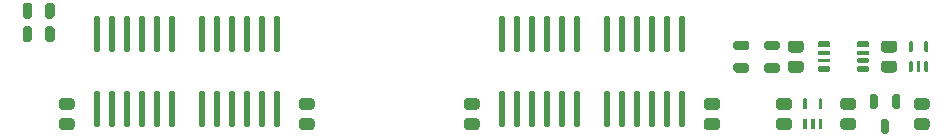
<source format=gtp>
G04 #@! TF.GenerationSoftware,KiCad,Pcbnew,(5.1.10-1-10_14)*
G04 #@! TF.CreationDate,2021-07-28T15:37:57-04:00*
G04 #@! TF.ProjectId,GW4194-SOJ,47573431-3934-42d5-934f-4a2e6b696361,1.0-SOJ*
G04 #@! TF.SameCoordinates,Original*
G04 #@! TF.FileFunction,Paste,Top*
G04 #@! TF.FilePolarity,Positive*
%FSLAX46Y46*%
G04 Gerber Fmt 4.6, Leading zero omitted, Abs format (unit mm)*
G04 Created by KiCad (PCBNEW (5.1.10-1-10_14)) date 2021-07-28 15:37:57*
%MOMM*%
%LPD*%
G01*
G04 APERTURE LIST*
G04 APERTURE END LIST*
G36*
G01*
X151965000Y-87480000D02*
X151965000Y-87220000D01*
G75*
G02*
X152095000Y-87090000I130000J0D01*
G01*
X152905000Y-87090000D01*
G75*
G02*
X153035000Y-87220000I0J-130000D01*
G01*
X153035000Y-87480000D01*
G75*
G02*
X152905000Y-87610000I-130000J0D01*
G01*
X152095000Y-87610000D01*
G75*
G02*
X151965000Y-87480000I0J130000D01*
G01*
G37*
G36*
G01*
X151965000Y-88167500D02*
X151965000Y-87982500D01*
G75*
G02*
X152057500Y-87890000I92500J0D01*
G01*
X152942500Y-87890000D01*
G75*
G02*
X153035000Y-87982500I0J-92500D01*
G01*
X153035000Y-88167500D01*
G75*
G02*
X152942500Y-88260000I-92500J0D01*
G01*
X152057500Y-88260000D01*
G75*
G02*
X151965000Y-88167500I0J92500D01*
G01*
G37*
G36*
G01*
X151965000Y-88817500D02*
X151965000Y-88632500D01*
G75*
G02*
X152057500Y-88540000I92500J0D01*
G01*
X152942500Y-88540000D01*
G75*
G02*
X153035000Y-88632500I0J-92500D01*
G01*
X153035000Y-88817500D01*
G75*
G02*
X152942500Y-88910000I-92500J0D01*
G01*
X152057500Y-88910000D01*
G75*
G02*
X151965000Y-88817500I0J92500D01*
G01*
G37*
G36*
G01*
X151965000Y-89580000D02*
X151965000Y-89320000D01*
G75*
G02*
X152095000Y-89190000I130000J0D01*
G01*
X152905000Y-89190000D01*
G75*
G02*
X153035000Y-89320000I0J-130000D01*
G01*
X153035000Y-89580000D01*
G75*
G02*
X152905000Y-89710000I-130000J0D01*
G01*
X152095000Y-89710000D01*
G75*
G02*
X151965000Y-89580000I0J130000D01*
G01*
G37*
G36*
G01*
X148665000Y-89580000D02*
X148665000Y-89320000D01*
G75*
G02*
X148795000Y-89190000I130000J0D01*
G01*
X149605000Y-89190000D01*
G75*
G02*
X149735000Y-89320000I0J-130000D01*
G01*
X149735000Y-89580000D01*
G75*
G02*
X149605000Y-89710000I-130000J0D01*
G01*
X148795000Y-89710000D01*
G75*
G02*
X148665000Y-89580000I0J130000D01*
G01*
G37*
G36*
G01*
X148665000Y-88805000D02*
X148665000Y-88645000D01*
G75*
G02*
X148745000Y-88565000I80000J0D01*
G01*
X149655000Y-88565000D01*
G75*
G02*
X149735000Y-88645000I0J-80000D01*
G01*
X149735000Y-88805000D01*
G75*
G02*
X149655000Y-88885000I-80000J0D01*
G01*
X148745000Y-88885000D01*
G75*
G02*
X148665000Y-88805000I0J80000D01*
G01*
G37*
G36*
G01*
X148665000Y-88155000D02*
X148665000Y-87995000D01*
G75*
G02*
X148745000Y-87915000I80000J0D01*
G01*
X149655000Y-87915000D01*
G75*
G02*
X149735000Y-87995000I0J-80000D01*
G01*
X149735000Y-88155000D01*
G75*
G02*
X149655000Y-88235000I-80000J0D01*
G01*
X148745000Y-88235000D01*
G75*
G02*
X148665000Y-88155000I0J80000D01*
G01*
G37*
G36*
G01*
X148665000Y-87480000D02*
X148665000Y-87220000D01*
G75*
G02*
X148795000Y-87090000I130000J0D01*
G01*
X149605000Y-87090000D01*
G75*
G02*
X149735000Y-87220000I0J-130000D01*
G01*
X149735000Y-87480000D01*
G75*
G02*
X149605000Y-87610000I-130000J0D01*
G01*
X148795000Y-87610000D01*
G75*
G02*
X148665000Y-87480000I0J130000D01*
G01*
G37*
G36*
G01*
X142675000Y-87850000D02*
X141725000Y-87850000D01*
G75*
G02*
X141525000Y-87650000I0J200000D01*
G01*
X141525000Y-87250000D01*
G75*
G02*
X141725000Y-87050000I200000J0D01*
G01*
X142675000Y-87050000D01*
G75*
G02*
X142875000Y-87250000I0J-200000D01*
G01*
X142875000Y-87650000D01*
G75*
G02*
X142675000Y-87850000I-200000J0D01*
G01*
G37*
G36*
G01*
X142675000Y-89750000D02*
X141725000Y-89750000D01*
G75*
G02*
X141525000Y-89550000I0J200000D01*
G01*
X141525000Y-89150000D01*
G75*
G02*
X141725000Y-88950000I200000J0D01*
G01*
X142675000Y-88950000D01*
G75*
G02*
X142875000Y-89150000I0J-200000D01*
G01*
X142875000Y-89550000D01*
G75*
G02*
X142675000Y-89750000I-200000J0D01*
G01*
G37*
G36*
G01*
X145375000Y-93600000D02*
X146225000Y-93600000D01*
G75*
G02*
X146475000Y-93850000I0J-250000D01*
G01*
X146475000Y-94350000D01*
G75*
G02*
X146225000Y-94600000I-250000J0D01*
G01*
X145375000Y-94600000D01*
G75*
G02*
X145125000Y-94350000I0J250000D01*
G01*
X145125000Y-93850000D01*
G75*
G02*
X145375000Y-93600000I250000J0D01*
G01*
G37*
G36*
G01*
X145375000Y-91900000D02*
X146225000Y-91900000D01*
G75*
G02*
X146475000Y-92150000I0J-250000D01*
G01*
X146475000Y-92650000D01*
G75*
G02*
X146225000Y-92900000I-250000J0D01*
G01*
X145375000Y-92900000D01*
G75*
G02*
X145125000Y-92650000I0J250000D01*
G01*
X145125000Y-92150000D01*
G75*
G02*
X145375000Y-91900000I250000J0D01*
G01*
G37*
G36*
G01*
X150831550Y-91913100D02*
X151668450Y-91913100D01*
G75*
G02*
X151911900Y-92156550I0J-243450D01*
G01*
X151911900Y-92643450D01*
G75*
G02*
X151668450Y-92886900I-243450J0D01*
G01*
X150831550Y-92886900D01*
G75*
G02*
X150588100Y-92643450I0J243450D01*
G01*
X150588100Y-92156550D01*
G75*
G02*
X150831550Y-91913100I243450J0D01*
G01*
G37*
G36*
G01*
X150831550Y-93613100D02*
X151668450Y-93613100D01*
G75*
G02*
X151911900Y-93856550I0J-243450D01*
G01*
X151911900Y-94343450D01*
G75*
G02*
X151668450Y-94586900I-243450J0D01*
G01*
X150831550Y-94586900D01*
G75*
G02*
X150588100Y-94343450I0J243450D01*
G01*
X150588100Y-93856550D01*
G75*
G02*
X150831550Y-93613100I243450J0D01*
G01*
G37*
G36*
G01*
X84671550Y-91920100D02*
X85508450Y-91920100D01*
G75*
G02*
X85751900Y-92163550I0J-243450D01*
G01*
X85751900Y-92650450D01*
G75*
G02*
X85508450Y-92893900I-243450J0D01*
G01*
X84671550Y-92893900D01*
G75*
G02*
X84428100Y-92650450I0J243450D01*
G01*
X84428100Y-92163550D01*
G75*
G02*
X84671550Y-91920100I243450J0D01*
G01*
G37*
G36*
G01*
X84671550Y-93620100D02*
X85508450Y-93620100D01*
G75*
G02*
X85751900Y-93863550I0J-243450D01*
G01*
X85751900Y-94350450D01*
G75*
G02*
X85508450Y-94593900I-243450J0D01*
G01*
X84671550Y-94593900D01*
G75*
G02*
X84428100Y-94350450I0J243450D01*
G01*
X84428100Y-93863550D01*
G75*
G02*
X84671550Y-93620100I243450J0D01*
G01*
G37*
G36*
G01*
X104991550Y-93620100D02*
X105828450Y-93620100D01*
G75*
G02*
X106071900Y-93863550I0J-243450D01*
G01*
X106071900Y-94350450D01*
G75*
G02*
X105828450Y-94593900I-243450J0D01*
G01*
X104991550Y-94593900D01*
G75*
G02*
X104748100Y-94350450I0J243450D01*
G01*
X104748100Y-93863550D01*
G75*
G02*
X104991550Y-93620100I243450J0D01*
G01*
G37*
G36*
G01*
X104991550Y-91920100D02*
X105828450Y-91920100D01*
G75*
G02*
X106071900Y-92163550I0J-243450D01*
G01*
X106071900Y-92650450D01*
G75*
G02*
X105828450Y-92893900I-243450J0D01*
G01*
X104991550Y-92893900D01*
G75*
G02*
X104748100Y-92650450I0J243450D01*
G01*
X104748100Y-92163550D01*
G75*
G02*
X104991550Y-91920100I243450J0D01*
G01*
G37*
G36*
G01*
X118961550Y-91920100D02*
X119798450Y-91920100D01*
G75*
G02*
X120041900Y-92163550I0J-243450D01*
G01*
X120041900Y-92650450D01*
G75*
G02*
X119798450Y-92893900I-243450J0D01*
G01*
X118961550Y-92893900D01*
G75*
G02*
X118718100Y-92650450I0J243450D01*
G01*
X118718100Y-92163550D01*
G75*
G02*
X118961550Y-91920100I243450J0D01*
G01*
G37*
G36*
G01*
X118961550Y-93620100D02*
X119798450Y-93620100D01*
G75*
G02*
X120041900Y-93863550I0J-243450D01*
G01*
X120041900Y-94350450D01*
G75*
G02*
X119798450Y-94593900I-243450J0D01*
G01*
X118961550Y-94593900D01*
G75*
G02*
X118718100Y-94350450I0J243450D01*
G01*
X118718100Y-93863550D01*
G75*
G02*
X118961550Y-93620100I243450J0D01*
G01*
G37*
G36*
G01*
X157898450Y-94593900D02*
X157061550Y-94593900D01*
G75*
G02*
X156818100Y-94350450I0J243450D01*
G01*
X156818100Y-93863550D01*
G75*
G02*
X157061550Y-93620100I243450J0D01*
G01*
X157898450Y-93620100D01*
G75*
G02*
X158141900Y-93863550I0J-243450D01*
G01*
X158141900Y-94350450D01*
G75*
G02*
X157898450Y-94593900I-243450J0D01*
G01*
G37*
G36*
G01*
X157898450Y-92893900D02*
X157061550Y-92893900D01*
G75*
G02*
X156818100Y-92650450I0J243450D01*
G01*
X156818100Y-92163550D01*
G75*
G02*
X157061550Y-91920100I243450J0D01*
G01*
X157898450Y-91920100D01*
G75*
G02*
X158141900Y-92163550I0J-243450D01*
G01*
X158141900Y-92650450D01*
G75*
G02*
X157898450Y-92893900I-243450J0D01*
G01*
G37*
G36*
G01*
X82150000Y-86025000D02*
X82150000Y-86975000D01*
G75*
G02*
X81950000Y-87175000I-200000J0D01*
G01*
X81550000Y-87175000D01*
G75*
G02*
X81350000Y-86975000I0J200000D01*
G01*
X81350000Y-86025000D01*
G75*
G02*
X81550000Y-85825000I200000J0D01*
G01*
X81950000Y-85825000D01*
G75*
G02*
X82150000Y-86025000I0J-200000D01*
G01*
G37*
G36*
G01*
X84050000Y-86025000D02*
X84050000Y-86975000D01*
G75*
G02*
X83850000Y-87175000I-200000J0D01*
G01*
X83450000Y-87175000D01*
G75*
G02*
X83250000Y-86975000I0J200000D01*
G01*
X83250000Y-86025000D01*
G75*
G02*
X83450000Y-85825000I200000J0D01*
G01*
X83850000Y-85825000D01*
G75*
G02*
X84050000Y-86025000I0J-200000D01*
G01*
G37*
G36*
G01*
X81350000Y-84975000D02*
X81350000Y-84025000D01*
G75*
G02*
X81550000Y-83825000I200000J0D01*
G01*
X81950000Y-83825000D01*
G75*
G02*
X82150000Y-84025000I0J-200000D01*
G01*
X82150000Y-84975000D01*
G75*
G02*
X81950000Y-85175000I-200000J0D01*
G01*
X81550000Y-85175000D01*
G75*
G02*
X81350000Y-84975000I0J200000D01*
G01*
G37*
G36*
G01*
X83250000Y-84975000D02*
X83250000Y-84025000D01*
G75*
G02*
X83450000Y-83825000I200000J0D01*
G01*
X83850000Y-83825000D01*
G75*
G02*
X84050000Y-84025000I0J-200000D01*
G01*
X84050000Y-84975000D01*
G75*
G02*
X83850000Y-85175000I-200000J0D01*
G01*
X83450000Y-85175000D01*
G75*
G02*
X83250000Y-84975000I0J200000D01*
G01*
G37*
G36*
G01*
X154175000Y-93675000D02*
X154525000Y-93675000D01*
G75*
G02*
X154700000Y-93850000I0J-175000D01*
G01*
X154700000Y-94750000D01*
G75*
G02*
X154525000Y-94925000I-175000J0D01*
G01*
X154175000Y-94925000D01*
G75*
G02*
X154000000Y-94750000I0J175000D01*
G01*
X154000000Y-93850000D01*
G75*
G02*
X154175000Y-93675000I175000J0D01*
G01*
G37*
G36*
G01*
X153225000Y-91575000D02*
X153575000Y-91575000D01*
G75*
G02*
X153750000Y-91750000I0J-175000D01*
G01*
X153750000Y-92650000D01*
G75*
G02*
X153575000Y-92825000I-175000J0D01*
G01*
X153225000Y-92825000D01*
G75*
G02*
X153050000Y-92650000I0J175000D01*
G01*
X153050000Y-91750000D01*
G75*
G02*
X153225000Y-91575000I175000J0D01*
G01*
G37*
G36*
G01*
X155125000Y-91575000D02*
X155475000Y-91575000D01*
G75*
G02*
X155650000Y-91750000I0J-175000D01*
G01*
X155650000Y-92650000D01*
G75*
G02*
X155475000Y-92825000I-175000J0D01*
G01*
X155125000Y-92825000D01*
G75*
G02*
X154950000Y-92650000I0J175000D01*
G01*
X154950000Y-91750000D01*
G75*
G02*
X155125000Y-91575000I175000J0D01*
G01*
G37*
G36*
G01*
X154275000Y-87050000D02*
X155125000Y-87050000D01*
G75*
G02*
X155375000Y-87300000I0J-250000D01*
G01*
X155375000Y-87800000D01*
G75*
G02*
X155125000Y-88050000I-250000J0D01*
G01*
X154275000Y-88050000D01*
G75*
G02*
X154025000Y-87800000I0J250000D01*
G01*
X154025000Y-87300000D01*
G75*
G02*
X154275000Y-87050000I250000J0D01*
G01*
G37*
G36*
G01*
X154275000Y-88750000D02*
X155125000Y-88750000D01*
G75*
G02*
X155375000Y-89000000I0J-250000D01*
G01*
X155375000Y-89500000D01*
G75*
G02*
X155125000Y-89750000I-250000J0D01*
G01*
X154275000Y-89750000D01*
G75*
G02*
X154025000Y-89500000I0J250000D01*
G01*
X154025000Y-89000000D01*
G75*
G02*
X154275000Y-88750000I250000J0D01*
G01*
G37*
G36*
G01*
X146375000Y-88750000D02*
X147225000Y-88750000D01*
G75*
G02*
X147475000Y-89000000I0J-250000D01*
G01*
X147475000Y-89500000D01*
G75*
G02*
X147225000Y-89750000I-250000J0D01*
G01*
X146375000Y-89750000D01*
G75*
G02*
X146125000Y-89500000I0J250000D01*
G01*
X146125000Y-89000000D01*
G75*
G02*
X146375000Y-88750000I250000J0D01*
G01*
G37*
G36*
G01*
X146375000Y-87050000D02*
X147225000Y-87050000D01*
G75*
G02*
X147475000Y-87300000I0J-250000D01*
G01*
X147475000Y-87800000D01*
G75*
G02*
X147225000Y-88050000I-250000J0D01*
G01*
X146375000Y-88050000D01*
G75*
G02*
X146125000Y-87800000I0J250000D01*
G01*
X146125000Y-87300000D01*
G75*
G02*
X146375000Y-87050000I250000J0D01*
G01*
G37*
G36*
G01*
X147680000Y-92860000D02*
X147520000Y-92860000D01*
G75*
G02*
X147440000Y-92780000I0J80000D01*
G01*
X147440000Y-92020000D01*
G75*
G02*
X147520000Y-91940000I80000J0D01*
G01*
X147680000Y-91940000D01*
G75*
G02*
X147760000Y-92020000I0J-80000D01*
G01*
X147760000Y-92780000D01*
G75*
G02*
X147680000Y-92860000I-80000J0D01*
G01*
G37*
G36*
G01*
X148980000Y-92860000D02*
X148820000Y-92860000D01*
G75*
G02*
X148740000Y-92780000I0J80000D01*
G01*
X148740000Y-92020000D01*
G75*
G02*
X148820000Y-91940000I80000J0D01*
G01*
X148980000Y-91940000D01*
G75*
G02*
X149060000Y-92020000I0J-80000D01*
G01*
X149060000Y-92780000D01*
G75*
G02*
X148980000Y-92860000I-80000J0D01*
G01*
G37*
G36*
G01*
X148330000Y-94560000D02*
X148170000Y-94560000D01*
G75*
G02*
X148090000Y-94480000I0J80000D01*
G01*
X148090000Y-93720000D01*
G75*
G02*
X148170000Y-93640000I80000J0D01*
G01*
X148330000Y-93640000D01*
G75*
G02*
X148410000Y-93720000I0J-80000D01*
G01*
X148410000Y-94480000D01*
G75*
G02*
X148330000Y-94560000I-80000J0D01*
G01*
G37*
G36*
G01*
X147680000Y-94560000D02*
X147520000Y-94560000D01*
G75*
G02*
X147440000Y-94480000I0J80000D01*
G01*
X147440000Y-93720000D01*
G75*
G02*
X147520000Y-93640000I80000J0D01*
G01*
X147680000Y-93640000D01*
G75*
G02*
X147760000Y-93720000I0J-80000D01*
G01*
X147760000Y-94480000D01*
G75*
G02*
X147680000Y-94560000I-80000J0D01*
G01*
G37*
G36*
G01*
X148980000Y-94560000D02*
X148820000Y-94560000D01*
G75*
G02*
X148740000Y-94480000I0J80000D01*
G01*
X148740000Y-93720000D01*
G75*
G02*
X148820000Y-93640000I80000J0D01*
G01*
X148980000Y-93640000D01*
G75*
G02*
X149060000Y-93720000I0J-80000D01*
G01*
X149060000Y-94480000D01*
G75*
G02*
X148980000Y-94560000I-80000J0D01*
G01*
G37*
G36*
G01*
X157930000Y-89710000D02*
X157770000Y-89710000D01*
G75*
G02*
X157690000Y-89630000I0J80000D01*
G01*
X157690000Y-88870000D01*
G75*
G02*
X157770000Y-88790000I80000J0D01*
G01*
X157930000Y-88790000D01*
G75*
G02*
X158010000Y-88870000I0J-80000D01*
G01*
X158010000Y-89630000D01*
G75*
G02*
X157930000Y-89710000I-80000J0D01*
G01*
G37*
G36*
G01*
X156630000Y-89710000D02*
X156470000Y-89710000D01*
G75*
G02*
X156390000Y-89630000I0J80000D01*
G01*
X156390000Y-88870000D01*
G75*
G02*
X156470000Y-88790000I80000J0D01*
G01*
X156630000Y-88790000D01*
G75*
G02*
X156710000Y-88870000I0J-80000D01*
G01*
X156710000Y-89630000D01*
G75*
G02*
X156630000Y-89710000I-80000J0D01*
G01*
G37*
G36*
G01*
X157280000Y-89710000D02*
X157120000Y-89710000D01*
G75*
G02*
X157040000Y-89630000I0J80000D01*
G01*
X157040000Y-88870000D01*
G75*
G02*
X157120000Y-88790000I80000J0D01*
G01*
X157280000Y-88790000D01*
G75*
G02*
X157360000Y-88870000I0J-80000D01*
G01*
X157360000Y-89630000D01*
G75*
G02*
X157280000Y-89710000I-80000J0D01*
G01*
G37*
G36*
G01*
X157930000Y-88010000D02*
X157770000Y-88010000D01*
G75*
G02*
X157690000Y-87930000I0J80000D01*
G01*
X157690000Y-87170000D01*
G75*
G02*
X157770000Y-87090000I80000J0D01*
G01*
X157930000Y-87090000D01*
G75*
G02*
X158010000Y-87170000I0J-80000D01*
G01*
X158010000Y-87930000D01*
G75*
G02*
X157930000Y-88010000I-80000J0D01*
G01*
G37*
G36*
G01*
X156630000Y-88010000D02*
X156470000Y-88010000D01*
G75*
G02*
X156390000Y-87930000I0J80000D01*
G01*
X156390000Y-87170000D01*
G75*
G02*
X156470000Y-87090000I80000J0D01*
G01*
X156630000Y-87090000D01*
G75*
G02*
X156710000Y-87170000I0J-80000D01*
G01*
X156710000Y-87930000D01*
G75*
G02*
X156630000Y-88010000I-80000J0D01*
G01*
G37*
G36*
G01*
X144325000Y-87050000D02*
X145275000Y-87050000D01*
G75*
G02*
X145475000Y-87250000I0J-200000D01*
G01*
X145475000Y-87650000D01*
G75*
G02*
X145275000Y-87850000I-200000J0D01*
G01*
X144325000Y-87850000D01*
G75*
G02*
X144125000Y-87650000I0J200000D01*
G01*
X144125000Y-87250000D01*
G75*
G02*
X144325000Y-87050000I200000J0D01*
G01*
G37*
G36*
G01*
X144325000Y-88950000D02*
X145275000Y-88950000D01*
G75*
G02*
X145475000Y-89150000I0J-200000D01*
G01*
X145475000Y-89550000D01*
G75*
G02*
X145275000Y-89750000I-200000J0D01*
G01*
X144325000Y-89750000D01*
G75*
G02*
X144125000Y-89550000I0J200000D01*
G01*
X144125000Y-89150000D01*
G75*
G02*
X144325000Y-88950000I200000J0D01*
G01*
G37*
G36*
G01*
X130947500Y-94336000D02*
X130672500Y-94336000D01*
G75*
G02*
X130535000Y-94198500I0J137500D01*
G01*
X130535000Y-91475500D01*
G75*
G02*
X130672500Y-91338000I137500J0D01*
G01*
X130947500Y-91338000D01*
G75*
G02*
X131085000Y-91475500I0J-137500D01*
G01*
X131085000Y-94198500D01*
G75*
G02*
X130947500Y-94336000I-137500J0D01*
G01*
G37*
G36*
G01*
X130947500Y-87986000D02*
X130672500Y-87986000D01*
G75*
G02*
X130535000Y-87848500I0J137500D01*
G01*
X130535000Y-85125500D01*
G75*
G02*
X130672500Y-84988000I137500J0D01*
G01*
X130947500Y-84988000D01*
G75*
G02*
X131085000Y-85125500I0J-137500D01*
G01*
X131085000Y-87848500D01*
G75*
G02*
X130947500Y-87986000I-137500J0D01*
G01*
G37*
G36*
G01*
X128407500Y-94336000D02*
X128132500Y-94336000D01*
G75*
G02*
X127995000Y-94198500I0J137500D01*
G01*
X127995000Y-91475500D01*
G75*
G02*
X128132500Y-91338000I137500J0D01*
G01*
X128407500Y-91338000D01*
G75*
G02*
X128545000Y-91475500I0J-137500D01*
G01*
X128545000Y-94198500D01*
G75*
G02*
X128407500Y-94336000I-137500J0D01*
G01*
G37*
G36*
G01*
X128407500Y-87986000D02*
X128132500Y-87986000D01*
G75*
G02*
X127995000Y-87848500I0J137500D01*
G01*
X127995000Y-85125500D01*
G75*
G02*
X128132500Y-84988000I137500J0D01*
G01*
X128407500Y-84988000D01*
G75*
G02*
X128545000Y-85125500I0J-137500D01*
G01*
X128545000Y-87848500D01*
G75*
G02*
X128407500Y-87986000I-137500J0D01*
G01*
G37*
G36*
G01*
X122057500Y-94336000D02*
X121782500Y-94336000D01*
G75*
G02*
X121645000Y-94198500I0J137500D01*
G01*
X121645000Y-91475500D01*
G75*
G02*
X121782500Y-91338000I137500J0D01*
G01*
X122057500Y-91338000D01*
G75*
G02*
X122195000Y-91475500I0J-137500D01*
G01*
X122195000Y-94198500D01*
G75*
G02*
X122057500Y-94336000I-137500J0D01*
G01*
G37*
G36*
G01*
X123327500Y-94336000D02*
X123052500Y-94336000D01*
G75*
G02*
X122915000Y-94198500I0J137500D01*
G01*
X122915000Y-91475500D01*
G75*
G02*
X123052500Y-91338000I137500J0D01*
G01*
X123327500Y-91338000D01*
G75*
G02*
X123465000Y-91475500I0J-137500D01*
G01*
X123465000Y-94198500D01*
G75*
G02*
X123327500Y-94336000I-137500J0D01*
G01*
G37*
G36*
G01*
X124597500Y-94336000D02*
X124322500Y-94336000D01*
G75*
G02*
X124185000Y-94198500I0J137500D01*
G01*
X124185000Y-91475500D01*
G75*
G02*
X124322500Y-91338000I137500J0D01*
G01*
X124597500Y-91338000D01*
G75*
G02*
X124735000Y-91475500I0J-137500D01*
G01*
X124735000Y-94198500D01*
G75*
G02*
X124597500Y-94336000I-137500J0D01*
G01*
G37*
G36*
G01*
X125867500Y-94336000D02*
X125592500Y-94336000D01*
G75*
G02*
X125455000Y-94198500I0J137500D01*
G01*
X125455000Y-91475500D01*
G75*
G02*
X125592500Y-91338000I137500J0D01*
G01*
X125867500Y-91338000D01*
G75*
G02*
X126005000Y-91475500I0J-137500D01*
G01*
X126005000Y-94198500D01*
G75*
G02*
X125867500Y-94336000I-137500J0D01*
G01*
G37*
G36*
G01*
X127137500Y-94336000D02*
X126862500Y-94336000D01*
G75*
G02*
X126725000Y-94198500I0J137500D01*
G01*
X126725000Y-91475500D01*
G75*
G02*
X126862500Y-91338000I137500J0D01*
G01*
X127137500Y-91338000D01*
G75*
G02*
X127275000Y-91475500I0J-137500D01*
G01*
X127275000Y-94198500D01*
G75*
G02*
X127137500Y-94336000I-137500J0D01*
G01*
G37*
G36*
G01*
X132217500Y-94336000D02*
X131942500Y-94336000D01*
G75*
G02*
X131805000Y-94198500I0J137500D01*
G01*
X131805000Y-91475500D01*
G75*
G02*
X131942500Y-91338000I137500J0D01*
G01*
X132217500Y-91338000D01*
G75*
G02*
X132355000Y-91475500I0J-137500D01*
G01*
X132355000Y-94198500D01*
G75*
G02*
X132217500Y-94336000I-137500J0D01*
G01*
G37*
G36*
G01*
X133487500Y-94336000D02*
X133212500Y-94336000D01*
G75*
G02*
X133075000Y-94198500I0J137500D01*
G01*
X133075000Y-91475500D01*
G75*
G02*
X133212500Y-91338000I137500J0D01*
G01*
X133487500Y-91338000D01*
G75*
G02*
X133625000Y-91475500I0J-137500D01*
G01*
X133625000Y-94198500D01*
G75*
G02*
X133487500Y-94336000I-137500J0D01*
G01*
G37*
G36*
G01*
X134757500Y-94336000D02*
X134482500Y-94336000D01*
G75*
G02*
X134345000Y-94198500I0J137500D01*
G01*
X134345000Y-91475500D01*
G75*
G02*
X134482500Y-91338000I137500J0D01*
G01*
X134757500Y-91338000D01*
G75*
G02*
X134895000Y-91475500I0J-137500D01*
G01*
X134895000Y-94198500D01*
G75*
G02*
X134757500Y-94336000I-137500J0D01*
G01*
G37*
G36*
G01*
X136027500Y-94336000D02*
X135752500Y-94336000D01*
G75*
G02*
X135615000Y-94198500I0J137500D01*
G01*
X135615000Y-91475500D01*
G75*
G02*
X135752500Y-91338000I137500J0D01*
G01*
X136027500Y-91338000D01*
G75*
G02*
X136165000Y-91475500I0J-137500D01*
G01*
X136165000Y-94198500D01*
G75*
G02*
X136027500Y-94336000I-137500J0D01*
G01*
G37*
G36*
G01*
X137297500Y-94336000D02*
X137022500Y-94336000D01*
G75*
G02*
X136885000Y-94198500I0J137500D01*
G01*
X136885000Y-91475500D01*
G75*
G02*
X137022500Y-91338000I137500J0D01*
G01*
X137297500Y-91338000D01*
G75*
G02*
X137435000Y-91475500I0J-137500D01*
G01*
X137435000Y-94198500D01*
G75*
G02*
X137297500Y-94336000I-137500J0D01*
G01*
G37*
G36*
G01*
X136027500Y-87986000D02*
X135752500Y-87986000D01*
G75*
G02*
X135615000Y-87848500I0J137500D01*
G01*
X135615000Y-85125500D01*
G75*
G02*
X135752500Y-84988000I137500J0D01*
G01*
X136027500Y-84988000D01*
G75*
G02*
X136165000Y-85125500I0J-137500D01*
G01*
X136165000Y-87848500D01*
G75*
G02*
X136027500Y-87986000I-137500J0D01*
G01*
G37*
G36*
G01*
X134757500Y-87986000D02*
X134482500Y-87986000D01*
G75*
G02*
X134345000Y-87848500I0J137500D01*
G01*
X134345000Y-85125500D01*
G75*
G02*
X134482500Y-84988000I137500J0D01*
G01*
X134757500Y-84988000D01*
G75*
G02*
X134895000Y-85125500I0J-137500D01*
G01*
X134895000Y-87848500D01*
G75*
G02*
X134757500Y-87986000I-137500J0D01*
G01*
G37*
G36*
G01*
X133487500Y-87986000D02*
X133212500Y-87986000D01*
G75*
G02*
X133075000Y-87848500I0J137500D01*
G01*
X133075000Y-85125500D01*
G75*
G02*
X133212500Y-84988000I137500J0D01*
G01*
X133487500Y-84988000D01*
G75*
G02*
X133625000Y-85125500I0J-137500D01*
G01*
X133625000Y-87848500D01*
G75*
G02*
X133487500Y-87986000I-137500J0D01*
G01*
G37*
G36*
G01*
X132217500Y-87986000D02*
X131942500Y-87986000D01*
G75*
G02*
X131805000Y-87848500I0J137500D01*
G01*
X131805000Y-85125500D01*
G75*
G02*
X131942500Y-84988000I137500J0D01*
G01*
X132217500Y-84988000D01*
G75*
G02*
X132355000Y-85125500I0J-137500D01*
G01*
X132355000Y-87848500D01*
G75*
G02*
X132217500Y-87986000I-137500J0D01*
G01*
G37*
G36*
G01*
X127137500Y-87986000D02*
X126862500Y-87986000D01*
G75*
G02*
X126725000Y-87848500I0J137500D01*
G01*
X126725000Y-85125500D01*
G75*
G02*
X126862500Y-84988000I137500J0D01*
G01*
X127137500Y-84988000D01*
G75*
G02*
X127275000Y-85125500I0J-137500D01*
G01*
X127275000Y-87848500D01*
G75*
G02*
X127137500Y-87986000I-137500J0D01*
G01*
G37*
G36*
G01*
X125867500Y-87986000D02*
X125592500Y-87986000D01*
G75*
G02*
X125455000Y-87848500I0J137500D01*
G01*
X125455000Y-85125500D01*
G75*
G02*
X125592500Y-84988000I137500J0D01*
G01*
X125867500Y-84988000D01*
G75*
G02*
X126005000Y-85125500I0J-137500D01*
G01*
X126005000Y-87848500D01*
G75*
G02*
X125867500Y-87986000I-137500J0D01*
G01*
G37*
G36*
G01*
X124597500Y-87986000D02*
X124322500Y-87986000D01*
G75*
G02*
X124185000Y-87848500I0J137500D01*
G01*
X124185000Y-85125500D01*
G75*
G02*
X124322500Y-84988000I137500J0D01*
G01*
X124597500Y-84988000D01*
G75*
G02*
X124735000Y-85125500I0J-137500D01*
G01*
X124735000Y-87848500D01*
G75*
G02*
X124597500Y-87986000I-137500J0D01*
G01*
G37*
G36*
G01*
X123327500Y-87986000D02*
X123052500Y-87986000D01*
G75*
G02*
X122915000Y-87848500I0J137500D01*
G01*
X122915000Y-85125500D01*
G75*
G02*
X123052500Y-84988000I137500J0D01*
G01*
X123327500Y-84988000D01*
G75*
G02*
X123465000Y-85125500I0J-137500D01*
G01*
X123465000Y-87848500D01*
G75*
G02*
X123327500Y-87986000I-137500J0D01*
G01*
G37*
G36*
G01*
X122057500Y-87986000D02*
X121782500Y-87986000D01*
G75*
G02*
X121645000Y-87848500I0J137500D01*
G01*
X121645000Y-85125500D01*
G75*
G02*
X121782500Y-84988000I137500J0D01*
G01*
X122057500Y-84988000D01*
G75*
G02*
X122195000Y-85125500I0J-137500D01*
G01*
X122195000Y-87848500D01*
G75*
G02*
X122057500Y-87986000I-137500J0D01*
G01*
G37*
G36*
G01*
X137297500Y-87986000D02*
X137022500Y-87986000D01*
G75*
G02*
X136885000Y-87848500I0J137500D01*
G01*
X136885000Y-85125500D01*
G75*
G02*
X137022500Y-84988000I137500J0D01*
G01*
X137297500Y-84988000D01*
G75*
G02*
X137435000Y-85125500I0J-137500D01*
G01*
X137435000Y-87848500D01*
G75*
G02*
X137297500Y-87986000I-137500J0D01*
G01*
G37*
G36*
G01*
X103007500Y-87986000D02*
X102732500Y-87986000D01*
G75*
G02*
X102595000Y-87848500I0J137500D01*
G01*
X102595000Y-85125500D01*
G75*
G02*
X102732500Y-84988000I137500J0D01*
G01*
X103007500Y-84988000D01*
G75*
G02*
X103145000Y-85125500I0J-137500D01*
G01*
X103145000Y-87848500D01*
G75*
G02*
X103007500Y-87986000I-137500J0D01*
G01*
G37*
G36*
G01*
X87767500Y-87986000D02*
X87492500Y-87986000D01*
G75*
G02*
X87355000Y-87848500I0J137500D01*
G01*
X87355000Y-85125500D01*
G75*
G02*
X87492500Y-84988000I137500J0D01*
G01*
X87767500Y-84988000D01*
G75*
G02*
X87905000Y-85125500I0J-137500D01*
G01*
X87905000Y-87848500D01*
G75*
G02*
X87767500Y-87986000I-137500J0D01*
G01*
G37*
G36*
G01*
X89037500Y-87986000D02*
X88762500Y-87986000D01*
G75*
G02*
X88625000Y-87848500I0J137500D01*
G01*
X88625000Y-85125500D01*
G75*
G02*
X88762500Y-84988000I137500J0D01*
G01*
X89037500Y-84988000D01*
G75*
G02*
X89175000Y-85125500I0J-137500D01*
G01*
X89175000Y-87848500D01*
G75*
G02*
X89037500Y-87986000I-137500J0D01*
G01*
G37*
G36*
G01*
X90307500Y-87986000D02*
X90032500Y-87986000D01*
G75*
G02*
X89895000Y-87848500I0J137500D01*
G01*
X89895000Y-85125500D01*
G75*
G02*
X90032500Y-84988000I137500J0D01*
G01*
X90307500Y-84988000D01*
G75*
G02*
X90445000Y-85125500I0J-137500D01*
G01*
X90445000Y-87848500D01*
G75*
G02*
X90307500Y-87986000I-137500J0D01*
G01*
G37*
G36*
G01*
X91577500Y-87986000D02*
X91302500Y-87986000D01*
G75*
G02*
X91165000Y-87848500I0J137500D01*
G01*
X91165000Y-85125500D01*
G75*
G02*
X91302500Y-84988000I137500J0D01*
G01*
X91577500Y-84988000D01*
G75*
G02*
X91715000Y-85125500I0J-137500D01*
G01*
X91715000Y-87848500D01*
G75*
G02*
X91577500Y-87986000I-137500J0D01*
G01*
G37*
G36*
G01*
X92847500Y-87986000D02*
X92572500Y-87986000D01*
G75*
G02*
X92435000Y-87848500I0J137500D01*
G01*
X92435000Y-85125500D01*
G75*
G02*
X92572500Y-84988000I137500J0D01*
G01*
X92847500Y-84988000D01*
G75*
G02*
X92985000Y-85125500I0J-137500D01*
G01*
X92985000Y-87848500D01*
G75*
G02*
X92847500Y-87986000I-137500J0D01*
G01*
G37*
G36*
G01*
X97927500Y-87986000D02*
X97652500Y-87986000D01*
G75*
G02*
X97515000Y-87848500I0J137500D01*
G01*
X97515000Y-85125500D01*
G75*
G02*
X97652500Y-84988000I137500J0D01*
G01*
X97927500Y-84988000D01*
G75*
G02*
X98065000Y-85125500I0J-137500D01*
G01*
X98065000Y-87848500D01*
G75*
G02*
X97927500Y-87986000I-137500J0D01*
G01*
G37*
G36*
G01*
X99197500Y-87986000D02*
X98922500Y-87986000D01*
G75*
G02*
X98785000Y-87848500I0J137500D01*
G01*
X98785000Y-85125500D01*
G75*
G02*
X98922500Y-84988000I137500J0D01*
G01*
X99197500Y-84988000D01*
G75*
G02*
X99335000Y-85125500I0J-137500D01*
G01*
X99335000Y-87848500D01*
G75*
G02*
X99197500Y-87986000I-137500J0D01*
G01*
G37*
G36*
G01*
X100467500Y-87986000D02*
X100192500Y-87986000D01*
G75*
G02*
X100055000Y-87848500I0J137500D01*
G01*
X100055000Y-85125500D01*
G75*
G02*
X100192500Y-84988000I137500J0D01*
G01*
X100467500Y-84988000D01*
G75*
G02*
X100605000Y-85125500I0J-137500D01*
G01*
X100605000Y-87848500D01*
G75*
G02*
X100467500Y-87986000I-137500J0D01*
G01*
G37*
G36*
G01*
X101737500Y-87986000D02*
X101462500Y-87986000D01*
G75*
G02*
X101325000Y-87848500I0J137500D01*
G01*
X101325000Y-85125500D01*
G75*
G02*
X101462500Y-84988000I137500J0D01*
G01*
X101737500Y-84988000D01*
G75*
G02*
X101875000Y-85125500I0J-137500D01*
G01*
X101875000Y-87848500D01*
G75*
G02*
X101737500Y-87986000I-137500J0D01*
G01*
G37*
G36*
G01*
X103007500Y-94336000D02*
X102732500Y-94336000D01*
G75*
G02*
X102595000Y-94198500I0J137500D01*
G01*
X102595000Y-91475500D01*
G75*
G02*
X102732500Y-91338000I137500J0D01*
G01*
X103007500Y-91338000D01*
G75*
G02*
X103145000Y-91475500I0J-137500D01*
G01*
X103145000Y-94198500D01*
G75*
G02*
X103007500Y-94336000I-137500J0D01*
G01*
G37*
G36*
G01*
X101737500Y-94336000D02*
X101462500Y-94336000D01*
G75*
G02*
X101325000Y-94198500I0J137500D01*
G01*
X101325000Y-91475500D01*
G75*
G02*
X101462500Y-91338000I137500J0D01*
G01*
X101737500Y-91338000D01*
G75*
G02*
X101875000Y-91475500I0J-137500D01*
G01*
X101875000Y-94198500D01*
G75*
G02*
X101737500Y-94336000I-137500J0D01*
G01*
G37*
G36*
G01*
X100467500Y-94336000D02*
X100192500Y-94336000D01*
G75*
G02*
X100055000Y-94198500I0J137500D01*
G01*
X100055000Y-91475500D01*
G75*
G02*
X100192500Y-91338000I137500J0D01*
G01*
X100467500Y-91338000D01*
G75*
G02*
X100605000Y-91475500I0J-137500D01*
G01*
X100605000Y-94198500D01*
G75*
G02*
X100467500Y-94336000I-137500J0D01*
G01*
G37*
G36*
G01*
X99197500Y-94336000D02*
X98922500Y-94336000D01*
G75*
G02*
X98785000Y-94198500I0J137500D01*
G01*
X98785000Y-91475500D01*
G75*
G02*
X98922500Y-91338000I137500J0D01*
G01*
X99197500Y-91338000D01*
G75*
G02*
X99335000Y-91475500I0J-137500D01*
G01*
X99335000Y-94198500D01*
G75*
G02*
X99197500Y-94336000I-137500J0D01*
G01*
G37*
G36*
G01*
X97927500Y-94336000D02*
X97652500Y-94336000D01*
G75*
G02*
X97515000Y-94198500I0J137500D01*
G01*
X97515000Y-91475500D01*
G75*
G02*
X97652500Y-91338000I137500J0D01*
G01*
X97927500Y-91338000D01*
G75*
G02*
X98065000Y-91475500I0J-137500D01*
G01*
X98065000Y-94198500D01*
G75*
G02*
X97927500Y-94336000I-137500J0D01*
G01*
G37*
G36*
G01*
X92847500Y-94336000D02*
X92572500Y-94336000D01*
G75*
G02*
X92435000Y-94198500I0J137500D01*
G01*
X92435000Y-91475500D01*
G75*
G02*
X92572500Y-91338000I137500J0D01*
G01*
X92847500Y-91338000D01*
G75*
G02*
X92985000Y-91475500I0J-137500D01*
G01*
X92985000Y-94198500D01*
G75*
G02*
X92847500Y-94336000I-137500J0D01*
G01*
G37*
G36*
G01*
X91577500Y-94336000D02*
X91302500Y-94336000D01*
G75*
G02*
X91165000Y-94198500I0J137500D01*
G01*
X91165000Y-91475500D01*
G75*
G02*
X91302500Y-91338000I137500J0D01*
G01*
X91577500Y-91338000D01*
G75*
G02*
X91715000Y-91475500I0J-137500D01*
G01*
X91715000Y-94198500D01*
G75*
G02*
X91577500Y-94336000I-137500J0D01*
G01*
G37*
G36*
G01*
X90307500Y-94336000D02*
X90032500Y-94336000D01*
G75*
G02*
X89895000Y-94198500I0J137500D01*
G01*
X89895000Y-91475500D01*
G75*
G02*
X90032500Y-91338000I137500J0D01*
G01*
X90307500Y-91338000D01*
G75*
G02*
X90445000Y-91475500I0J-137500D01*
G01*
X90445000Y-94198500D01*
G75*
G02*
X90307500Y-94336000I-137500J0D01*
G01*
G37*
G36*
G01*
X89037500Y-94336000D02*
X88762500Y-94336000D01*
G75*
G02*
X88625000Y-94198500I0J137500D01*
G01*
X88625000Y-91475500D01*
G75*
G02*
X88762500Y-91338000I137500J0D01*
G01*
X89037500Y-91338000D01*
G75*
G02*
X89175000Y-91475500I0J-137500D01*
G01*
X89175000Y-94198500D01*
G75*
G02*
X89037500Y-94336000I-137500J0D01*
G01*
G37*
G36*
G01*
X87767500Y-94336000D02*
X87492500Y-94336000D01*
G75*
G02*
X87355000Y-94198500I0J137500D01*
G01*
X87355000Y-91475500D01*
G75*
G02*
X87492500Y-91338000I137500J0D01*
G01*
X87767500Y-91338000D01*
G75*
G02*
X87905000Y-91475500I0J-137500D01*
G01*
X87905000Y-94198500D01*
G75*
G02*
X87767500Y-94336000I-137500J0D01*
G01*
G37*
G36*
G01*
X94117500Y-87986000D02*
X93842500Y-87986000D01*
G75*
G02*
X93705000Y-87848500I0J137500D01*
G01*
X93705000Y-85125500D01*
G75*
G02*
X93842500Y-84988000I137500J0D01*
G01*
X94117500Y-84988000D01*
G75*
G02*
X94255000Y-85125500I0J-137500D01*
G01*
X94255000Y-87848500D01*
G75*
G02*
X94117500Y-87986000I-137500J0D01*
G01*
G37*
G36*
G01*
X94117500Y-94336000D02*
X93842500Y-94336000D01*
G75*
G02*
X93705000Y-94198500I0J137500D01*
G01*
X93705000Y-91475500D01*
G75*
G02*
X93842500Y-91338000I137500J0D01*
G01*
X94117500Y-91338000D01*
G75*
G02*
X94255000Y-91475500I0J-137500D01*
G01*
X94255000Y-94198500D01*
G75*
G02*
X94117500Y-94336000I-137500J0D01*
G01*
G37*
G36*
G01*
X96657500Y-87986000D02*
X96382500Y-87986000D01*
G75*
G02*
X96245000Y-87848500I0J137500D01*
G01*
X96245000Y-85125500D01*
G75*
G02*
X96382500Y-84988000I137500J0D01*
G01*
X96657500Y-84988000D01*
G75*
G02*
X96795000Y-85125500I0J-137500D01*
G01*
X96795000Y-87848500D01*
G75*
G02*
X96657500Y-87986000I-137500J0D01*
G01*
G37*
G36*
G01*
X96657500Y-94336000D02*
X96382500Y-94336000D01*
G75*
G02*
X96245000Y-94198500I0J137500D01*
G01*
X96245000Y-91475500D01*
G75*
G02*
X96382500Y-91338000I137500J0D01*
G01*
X96657500Y-91338000D01*
G75*
G02*
X96795000Y-91475500I0J-137500D01*
G01*
X96795000Y-94198500D01*
G75*
G02*
X96657500Y-94336000I-137500J0D01*
G01*
G37*
G36*
G01*
X139275000Y-91907000D02*
X140125000Y-91907000D01*
G75*
G02*
X140375000Y-92157000I0J-250000D01*
G01*
X140375000Y-92657000D01*
G75*
G02*
X140125000Y-92907000I-250000J0D01*
G01*
X139275000Y-92907000D01*
G75*
G02*
X139025000Y-92657000I0J250000D01*
G01*
X139025000Y-92157000D01*
G75*
G02*
X139275000Y-91907000I250000J0D01*
G01*
G37*
G36*
G01*
X139275000Y-93607000D02*
X140125000Y-93607000D01*
G75*
G02*
X140375000Y-93857000I0J-250000D01*
G01*
X140375000Y-94357000D01*
G75*
G02*
X140125000Y-94607000I-250000J0D01*
G01*
X139275000Y-94607000D01*
G75*
G02*
X139025000Y-94357000I0J250000D01*
G01*
X139025000Y-93857000D01*
G75*
G02*
X139275000Y-93607000I250000J0D01*
G01*
G37*
M02*

</source>
